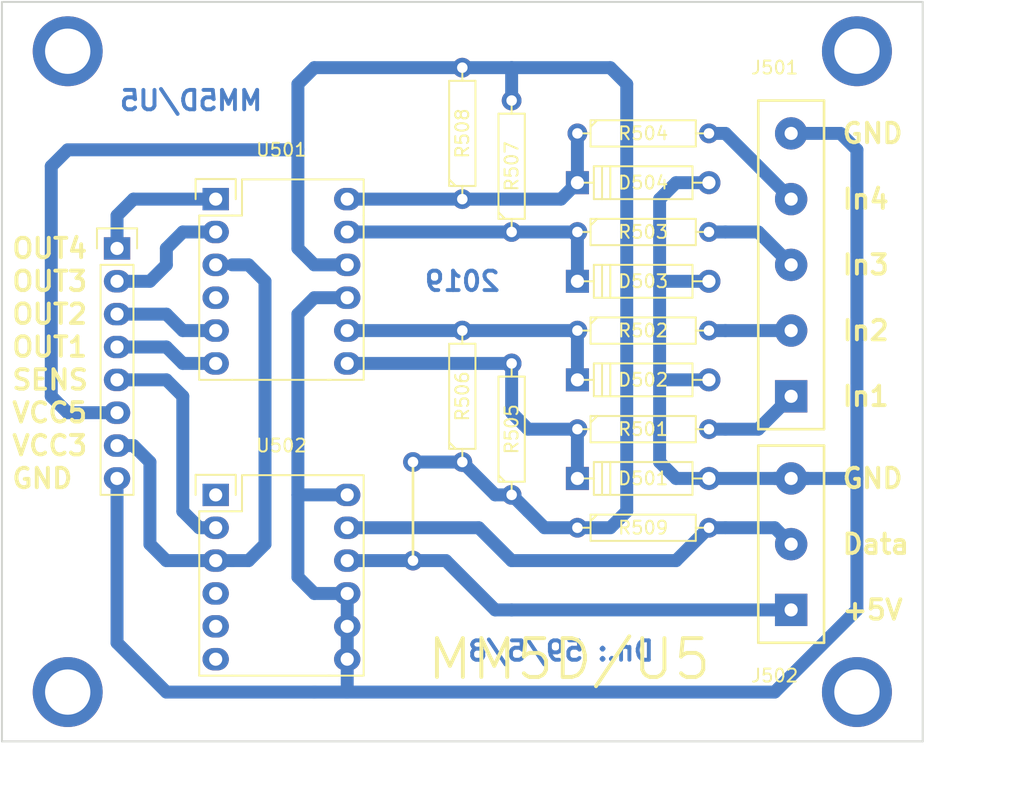
<source format=kicad_pcb>
(kicad_pcb (version 4) (host pcbnew 4.0.7)

  (general
    (links 0)
    (no_connects 0)
    (area 100.254999 71.044999 171.525001 128.345001)
    (thickness 1.6)
    (drawings 35)
    (tracks 118)
    (zones 0)
    (modules 30)
    (nets 1)
  )

  (page A4)
  (title_block
    (title "MM5D Controlling and remote monitoring equipment")
    (date 2019-11-01)
    (rev 191101)
    (company "Pozsar Zsolt - http://www.szerafingomba.hu")
    (comment 1 "Module U5")
    (comment 2 Inputs)
    (comment 4 "Draw no.: 59/5/8")
  )

  (layers
    (0 F.Cu signal)
    (31 B.Cu signal)
    (32 B.Adhes user)
    (33 F.Adhes user)
    (34 B.Paste user)
    (35 F.Paste user)
    (36 B.SilkS user)
    (37 F.SilkS user)
    (38 B.Mask user)
    (39 F.Mask user)
    (40 Dwgs.User user)
    (41 Cmts.User user)
    (42 Eco1.User user)
    (43 Eco2.User user)
    (44 Edge.Cuts user)
    (45 Margin user)
    (46 B.CrtYd user)
    (47 F.CrtYd user)
    (48 B.Fab user)
    (49 F.Fab user)
  )

  (setup
    (last_trace_width 0.25)
    (user_trace_width 1)
    (trace_clearance 0.2)
    (zone_clearance 0.508)
    (zone_45_only no)
    (trace_min 0.2)
    (segment_width 0.2)
    (edge_width 0.15)
    (via_size 0.6)
    (via_drill 0.4)
    (via_min_size 0.4)
    (via_min_drill 0.3)
    (uvia_size 0.3)
    (uvia_drill 0.1)
    (uvias_allowed no)
    (uvia_min_size 0.2)
    (uvia_min_drill 0.1)
    (pcb_text_width 0.3)
    (pcb_text_size 1.5 1.5)
    (mod_edge_width 0.15)
    (mod_text_size 1 1)
    (mod_text_width 0.15)
    (pad_size 2.49936 2.49936)
    (pad_drill 1.016)
    (pad_to_mask_clearance 0.2)
    (aux_axis_origin 0 0)
    (visible_elements 7FFEEF7F)
    (pcbplotparams
      (layerselection 0x01060_80000000)
      (usegerberextensions false)
      (excludeedgelayer false)
      (linewidth 0.150000)
      (plotframeref false)
      (viasonmask false)
      (mode 1)
      (useauxorigin false)
      (hpglpennumber 1)
      (hpglpenspeed 20)
      (hpglpendiameter 15)
      (hpglpenoverlay 2)
      (psnegative false)
      (psa4output false)
      (plotreference true)
      (plotvalue false)
      (plotinvisibletext false)
      (padsonsilk false)
      (subtractmaskfromsilk false)
      (outputformat 1)
      (mirror false)
      (drillshape 0)
      (scaleselection 1)
      (outputdirectory ""))
  )

  (net 0 "")

  (net_class Default "This is the default net class."
    (clearance 0.2)
    (trace_width 0.25)
    (via_dia 0.6)
    (via_drill 0.4)
    (uvia_dia 0.3)
    (uvia_drill 0.1)
  )

  (module Connectors:levelshifter (layer F.Cu) (tedit 5E46EF7C) (tstamp 5E472FBD)
    (at 116.84 109.22)
    (descr "Level shifter")
    (tags levelshifter)
    (fp_text reference U502 (at 5.08 -3.81) (layer F.SilkS)
      (effects (font (size 1 1) (thickness 0.15)))
    )
    (fp_text value "Level shifter" (at 5.334 -3.048) (layer F.Fab)
      (effects (font (size 1 1) (thickness 0.15)))
    )
    (fp_line (start 11.43 1.27) (end 11.43 -1.524) (layer F.SilkS) (width 0.15))
    (fp_line (start 11.43 -1.524) (end 2.032 -1.524) (layer F.SilkS) (width 0.15))
    (fp_line (start 2.032 -1.524) (end 2.032 1.27) (layer F.SilkS) (width 0.15))
    (fp_line (start 2.032 1.27) (end 1.27 1.27) (layer F.SilkS) (width 0.15))
    (fp_line (start 1.27 13.97) (end 8.89 13.97) (layer F.SilkS) (width 0.15))
    (fp_line (start 8.89 13.97) (end 8.636 13.97) (layer F.SilkS) (width 0.15))
    (fp_line (start 11.43 13.97) (end 8.89 13.97) (layer F.SilkS) (width 0.15))
    (fp_line (start 11.43 1.27) (end 11.43 13.97) (layer F.SilkS) (width 0.15))
    (fp_line (start 8.41 14.45) (end 11.91 14.45) (layer F.CrtYd) (width 0.05))
    (fp_line (start 8.41 -1.75) (end 11.91 -1.75) (layer F.CrtYd) (width 0.05))
    (fp_line (start 11.91 -1.75) (end 11.91 14.45) (layer F.CrtYd) (width 0.05))
    (fp_line (start 8.41 -1.75) (end 8.41 14.45) (layer F.CrtYd) (width 0.05))
    (fp_line (start -1.75 -1.75) (end -1.75 14.45) (layer F.CrtYd) (width 0.05))
    (fp_line (start 1.75 -1.75) (end 1.75 14.45) (layer F.CrtYd) (width 0.05))
    (fp_line (start -1.75 -1.75) (end 1.75 -1.75) (layer F.CrtYd) (width 0.05))
    (fp_line (start -1.75 14.45) (end 1.75 14.45) (layer F.CrtYd) (width 0.05))
    (fp_line (start 1.27 13.97) (end -1.27 13.97) (layer F.SilkS) (width 0.15))
    (fp_line (start -1.27 13.97) (end -1.27 1.27) (layer F.SilkS) (width 0.15))
    (fp_line (start 1.55 -1.55) (end 1.55 0) (layer F.SilkS) (width 0.15))
    (fp_line (start 1.27 1.27) (end -1.27 1.27) (layer F.SilkS) (width 0.15))
    (fp_line (start -1.55 0) (end -1.55 -1.55) (layer F.SilkS) (width 0.15))
    (fp_line (start -1.55 -1.55) (end 1.55 -1.55) (layer F.SilkS) (width 0.15))
    (pad 12 thru_hole oval (at 10.16 0) (size 2.032 1.7272) (drill 1.016) (layers *.Cu *.Mask))
    (pad 7 thru_hole oval (at 10.16 12.7) (size 2.032 1.7272) (drill 1.016) (layers *.Cu *.Mask))
    (pad 8 thru_hole oval (at 10.16 10.16) (size 2.032 1.7272) (drill 1.016) (layers *.Cu *.Mask))
    (pad 9 thru_hole oval (at 10.16 7.62) (size 2.032 1.7272) (drill 1.016) (layers *.Cu *.Mask))
    (pad 10 thru_hole oval (at 10.16 5.08) (size 2.032 1.7272) (drill 1.016) (layers *.Cu *.Mask))
    (pad 11 thru_hole oval (at 10.16 2.54) (size 2.032 1.7272) (drill 1.016) (layers *.Cu *.Mask))
    (pad 1 thru_hole rect (at 0 0) (size 2.032 1.7272) (drill 1.016) (layers *.Cu *.Mask))
    (pad 2 thru_hole oval (at 0 2.54) (size 2.032 1.7272) (drill 1.016) (layers *.Cu *.Mask))
    (pad 3 thru_hole oval (at 0 5.08) (size 2.032 1.7272) (drill 1.016) (layers *.Cu *.Mask))
    (pad 4 thru_hole oval (at 0 7.62) (size 2.032 1.7272) (drill 1.016) (layers *.Cu *.Mask))
    (pad 5 thru_hole oval (at 0 10.16) (size 2.032 1.7272) (drill 1.016) (layers *.Cu *.Mask))
    (pad 6 thru_hole oval (at 0 12.7) (size 2.032 1.7272) (drill 1.016) (layers *.Cu *.Mask))
  )

  (module Discret:R4 (layer F.Cu) (tedit 5E46F022) (tstamp 5E560B18)
    (at 135.89 81.28 90)
    (descr "Resitance 4 pas")
    (tags R)
    (fp_text reference R508 (at 0 0 90) (layer F.SilkS)
      (effects (font (size 1 1) (thickness 0.15)))
    )
    (fp_text value R4 (at 0 0 90) (layer F.Fab)
      (effects (font (size 1 1) (thickness 0.15)))
    )
    (fp_line (start -5.08 0) (end -4.064 0) (layer F.SilkS) (width 0.15))
    (fp_line (start -4.064 0) (end -4.064 -1.016) (layer F.SilkS) (width 0.15))
    (fp_line (start -4.064 -1.016) (end 4.064 -1.016) (layer F.SilkS) (width 0.15))
    (fp_line (start 4.064 -1.016) (end 4.064 1.016) (layer F.SilkS) (width 0.15))
    (fp_line (start 4.064 1.016) (end -4.064 1.016) (layer F.SilkS) (width 0.15))
    (fp_line (start -4.064 1.016) (end -4.064 0) (layer F.SilkS) (width 0.15))
    (fp_line (start -4.064 -0.508) (end -3.556 -1.016) (layer F.SilkS) (width 0.15))
    (fp_line (start 5.08 0) (end 4.064 0) (layer F.SilkS) (width 0.15))
    (pad 1 thru_hole circle (at -5.08 0 90) (size 1.524 1.524) (drill 0.8128) (layers *.Cu *.Mask))
    (pad 2 thru_hole circle (at 5.08 0 90) (size 1.524 1.524) (drill 0.8128) (layers *.Cu *.Mask))
    (model Discret.3dshapes/R4.wrl
      (at (xyz 0 0 0))
      (scale (xyz 0.4 0.4 0.4))
      (rotate (xyz 0 0 0))
    )
  )

  (module Discret:R4 (layer F.Cu) (tedit 5E46F030) (tstamp 5E560B0B)
    (at 149.86 111.76)
    (descr "Resitance 4 pas")
    (tags R)
    (fp_text reference R509 (at 0 0) (layer F.SilkS)
      (effects (font (size 1 1) (thickness 0.15)))
    )
    (fp_text value R4 (at 0 0) (layer F.Fab)
      (effects (font (size 1 1) (thickness 0.15)))
    )
    (fp_line (start -5.08 0) (end -4.064 0) (layer F.SilkS) (width 0.15))
    (fp_line (start -4.064 0) (end -4.064 -1.016) (layer F.SilkS) (width 0.15))
    (fp_line (start -4.064 -1.016) (end 4.064 -1.016) (layer F.SilkS) (width 0.15))
    (fp_line (start 4.064 -1.016) (end 4.064 1.016) (layer F.SilkS) (width 0.15))
    (fp_line (start 4.064 1.016) (end -4.064 1.016) (layer F.SilkS) (width 0.15))
    (fp_line (start -4.064 1.016) (end -4.064 0) (layer F.SilkS) (width 0.15))
    (fp_line (start -4.064 -0.508) (end -3.556 -1.016) (layer F.SilkS) (width 0.15))
    (fp_line (start 5.08 0) (end 4.064 0) (layer F.SilkS) (width 0.15))
    (pad 1 thru_hole circle (at -5.08 0) (size 1.524 1.524) (drill 0.8128) (layers *.Cu *.Mask))
    (pad 2 thru_hole circle (at 5.08 0) (size 1.524 1.524) (drill 0.8128) (layers *.Cu *.Mask))
    (model Discret.3dshapes/R4.wrl
      (at (xyz 0 0 0))
      (scale (xyz 0.4 0.4 0.4))
      (rotate (xyz 0 0 0))
    )
  )

  (module Discret:R4 (layer F.Cu) (tedit 5E46F015) (tstamp 5E560AFE)
    (at 135.89 101.6 90)
    (descr "Resitance 4 pas")
    (tags R)
    (fp_text reference R506 (at 0 0 90) (layer F.SilkS)
      (effects (font (size 1 1) (thickness 0.15)))
    )
    (fp_text value R4 (at 0 0 90) (layer F.Fab)
      (effects (font (size 1 1) (thickness 0.15)))
    )
    (fp_line (start -5.08 0) (end -4.064 0) (layer F.SilkS) (width 0.15))
    (fp_line (start -4.064 0) (end -4.064 -1.016) (layer F.SilkS) (width 0.15))
    (fp_line (start -4.064 -1.016) (end 4.064 -1.016) (layer F.SilkS) (width 0.15))
    (fp_line (start 4.064 -1.016) (end 4.064 1.016) (layer F.SilkS) (width 0.15))
    (fp_line (start 4.064 1.016) (end -4.064 1.016) (layer F.SilkS) (width 0.15))
    (fp_line (start -4.064 1.016) (end -4.064 0) (layer F.SilkS) (width 0.15))
    (fp_line (start -4.064 -0.508) (end -3.556 -1.016) (layer F.SilkS) (width 0.15))
    (fp_line (start 5.08 0) (end 4.064 0) (layer F.SilkS) (width 0.15))
    (pad 1 thru_hole circle (at -5.08 0 90) (size 1.524 1.524) (drill 0.8128) (layers *.Cu *.Mask))
    (pad 2 thru_hole circle (at 5.08 0 90) (size 1.524 1.524) (drill 0.8128) (layers *.Cu *.Mask))
    (model Discret.3dshapes/R4.wrl
      (at (xyz 0 0 0))
      (scale (xyz 0.4 0.4 0.4))
      (rotate (xyz 0 0 0))
    )
  )

  (module Discret:R4 (layer F.Cu) (tedit 5E46F01E) (tstamp 5E560AF1)
    (at 139.7 83.82 90)
    (descr "Resitance 4 pas")
    (tags R)
    (fp_text reference R507 (at 0 0 90) (layer F.SilkS)
      (effects (font (size 1 1) (thickness 0.15)))
    )
    (fp_text value R4 (at 0 0 90) (layer F.Fab)
      (effects (font (size 1 1) (thickness 0.15)))
    )
    (fp_line (start -5.08 0) (end -4.064 0) (layer F.SilkS) (width 0.15))
    (fp_line (start -4.064 0) (end -4.064 -1.016) (layer F.SilkS) (width 0.15))
    (fp_line (start -4.064 -1.016) (end 4.064 -1.016) (layer F.SilkS) (width 0.15))
    (fp_line (start 4.064 -1.016) (end 4.064 1.016) (layer F.SilkS) (width 0.15))
    (fp_line (start 4.064 1.016) (end -4.064 1.016) (layer F.SilkS) (width 0.15))
    (fp_line (start -4.064 1.016) (end -4.064 0) (layer F.SilkS) (width 0.15))
    (fp_line (start -4.064 -0.508) (end -3.556 -1.016) (layer F.SilkS) (width 0.15))
    (fp_line (start 5.08 0) (end 4.064 0) (layer F.SilkS) (width 0.15))
    (pad 1 thru_hole circle (at -5.08 0 90) (size 1.524 1.524) (drill 0.8128) (layers *.Cu *.Mask))
    (pad 2 thru_hole circle (at 5.08 0 90) (size 1.524 1.524) (drill 0.8128) (layers *.Cu *.Mask))
    (model Discret.3dshapes/R4.wrl
      (at (xyz 0 0 0))
      (scale (xyz 0.4 0.4 0.4))
      (rotate (xyz 0 0 0))
    )
  )

  (module Discret:R4 (layer F.Cu) (tedit 5E46EFB3) (tstamp 5E560A7D)
    (at 149.86 88.9)
    (descr "Resitance 4 pas")
    (tags R)
    (fp_text reference R503 (at 0 0) (layer F.SilkS)
      (effects (font (size 1 1) (thickness 0.15)))
    )
    (fp_text value R4 (at 0 0) (layer F.Fab)
      (effects (font (size 1 1) (thickness 0.15)))
    )
    (fp_line (start -5.08 0) (end -4.064 0) (layer F.SilkS) (width 0.15))
    (fp_line (start -4.064 0) (end -4.064 -1.016) (layer F.SilkS) (width 0.15))
    (fp_line (start -4.064 -1.016) (end 4.064 -1.016) (layer F.SilkS) (width 0.15))
    (fp_line (start 4.064 -1.016) (end 4.064 1.016) (layer F.SilkS) (width 0.15))
    (fp_line (start 4.064 1.016) (end -4.064 1.016) (layer F.SilkS) (width 0.15))
    (fp_line (start -4.064 1.016) (end -4.064 0) (layer F.SilkS) (width 0.15))
    (fp_line (start -4.064 -0.508) (end -3.556 -1.016) (layer F.SilkS) (width 0.15))
    (fp_line (start 5.08 0) (end 4.064 0) (layer F.SilkS) (width 0.15))
    (pad 1 thru_hole circle (at -5.08 0) (size 1.524 1.524) (drill 0.8128) (layers *.Cu *.Mask))
    (pad 2 thru_hole circle (at 5.08 0) (size 1.524 1.524) (drill 0.8128) (layers *.Cu *.Mask))
    (model Discret.3dshapes/R4.wrl
      (at (xyz 0 0 0))
      (scale (xyz 0.4 0.4 0.4))
      (rotate (xyz 0 0 0))
    )
  )

  (module Wire_Pads:SolderWirePad_single_1mmDrill (layer F.Cu) (tedit 5E4F0B69) (tstamp 5E56058A)
    (at 161.29 101.6)
    (fp_text reference REF** (at 0 -3.81) (layer F.SilkS) hide
      (effects (font (size 1 1) (thickness 0.15)))
    )
    (fp_text value SolderWirePad_single_1mmDrill (at -1.905 3.175) (layer F.Fab)
      (effects (font (size 1 1) (thickness 0.15)))
    )
    (pad 1 thru_hole rect (at 0 0) (size 2.49936 2.49936) (drill 1.016) (layers *.Cu *.Mask))
  )

  (module Wire_Pads:SolderWirePad_single_1mmDrill (layer F.Cu) (tedit 5E4F0B6E) (tstamp 5E560586)
    (at 161.29 107.95)
    (fp_text reference J501 (at -1.27 -31.75 180) (layer F.SilkS)
      (effects (font (size 1 1) (thickness 0.15)))
    )
    (fp_text value SolderWirePad_single_1mmDrill (at -1.905 3.175) (layer F.Fab)
      (effects (font (size 1 1) (thickness 0.15)))
    )
    (pad 3 thru_hole circle (at 0 0) (size 2.49936 2.49936) (drill 1.016) (layers *.Cu *.Mask))
  )

  (module Wire_Pads:SolderWirePad_single_1mmDrill (layer F.Cu) (tedit 5E4F0B79) (tstamp 5E560582)
    (at 161.29 118.11)
    (fp_text reference J502 (at 0 -3.81) (layer F.SilkS) hide
      (effects (font (size 1 1) (thickness 0.15)))
    )
    (fp_text value SolderWirePad_single_1mmDrill (at -1.905 3.175) (layer F.Fab)
      (effects (font (size 1 1) (thickness 0.15)))
    )
    (pad 1 thru_hole rect (at 0 0) (size 2.49936 2.49936) (drill 1.016) (layers *.Cu *.Mask))
  )

  (module Wire_Pads:SolderWirePad_single_1mmDrill (layer F.Cu) (tedit 5E4F0B74) (tstamp 5E56057E)
    (at 161.29 113.03)
    (fp_text reference J502 (at -1.27 10.16) (layer F.SilkS)
      (effects (font (size 1 1) (thickness 0.15)))
    )
    (fp_text value SolderWirePad_single_1mmDrill (at -1.905 3.175) (layer F.Fab)
      (effects (font (size 1 1) (thickness 0.15)))
    )
    (pad 2 thru_hole circle (at 0 0) (size 2.49936 2.49936) (drill 1.016) (layers *.Cu *.Mask))
  )

  (module Wire_Pads:SolderWirePad_single_1mmDrill (layer F.Cu) (tedit 5E4F0B5E) (tstamp 5E56057A)
    (at 161.29 91.44)
    (fp_text reference REF** (at 0 -3.81) (layer F.SilkS) hide
      (effects (font (size 1 1) (thickness 0.15)))
    )
    (fp_text value SolderWirePad_single_1mmDrill (at -1.905 3.175) (layer F.Fab)
      (effects (font (size 1 1) (thickness 0.15)))
    )
    (pad 3 thru_hole circle (at 0 0) (size 2.49936 2.49936) (drill 1.016) (layers *.Cu *.Mask))
  )

  (module Wire_Pads:SolderWirePad_single_1mmDrill (layer F.Cu) (tedit 5E4F0B63) (tstamp 5E560576)
    (at 161.29 96.52)
    (fp_text reference REF** (at 0 -3.81) (layer F.SilkS) hide
      (effects (font (size 1 1) (thickness 0.15)))
    )
    (fp_text value SolderWirePad_single_1mmDrill (at -1.905 3.175) (layer F.Fab)
      (effects (font (size 1 1) (thickness 0.15)))
    )
    (pad 2 thru_hole circle (at 0 0) (size 2.49936 2.49936) (drill 1.016) (layers *.Cu *.Mask))
  )

  (module Wire_Pads:SolderWirePad_single_1mmDrill (layer F.Cu) (tedit 5E4F0B59) (tstamp 5E560572)
    (at 161.29 86.36)
    (fp_text reference REF** (at 0 -3.81) (layer F.SilkS) hide
      (effects (font (size 1 1) (thickness 0.15)))
    )
    (fp_text value SolderWirePad_single_1mmDrill (at -1.905 3.175) (layer F.Fab)
      (effects (font (size 1 1) (thickness 0.15)))
    )
    (pad 4 thru_hole circle (at 0 0) (size 2.49936 2.49936) (drill 1.016) (layers *.Cu *.Mask))
  )

  (module Mounting_Holes:MountingHole_2.7mm_M2.5_Pad (layer F.Cu) (tedit 5E4F0AE9) (tstamp 5D9510B8)
    (at 105.41 124.46)
    (descr "Mounting Hole 2.7mm, M2.5")
    (tags "mounting hole 2.7mm m2.5")
    (fp_text reference REF** (at 0 5.715) (layer F.SilkS) hide
      (effects (font (size 1 1) (thickness 0.15)))
    )
    (fp_text value MountingHole_2.7mm_M2.5_Pad (at 0.635 8.255) (layer F.Fab) hide
      (effects (font (size 1 1) (thickness 0.15)))
    )
    (fp_circle (center 0 0) (end 2.7 0) (layer Cmts.User) (width 0.15))
    (fp_circle (center 0 0) (end 2.95 0) (layer F.CrtYd) (width 0.05))
    (pad 1 thru_hole circle (at 0 0) (size 5.4 5.4) (drill 3.5) (layers *.Cu *.Mask))
  )

  (module Mounting_Holes:MountingHole_2.7mm_M2.5_Pad (layer F.Cu) (tedit 5E4F0AFE) (tstamp 5D95109B)
    (at 166.37 74.93)
    (descr "Mounting Hole 2.7mm, M2.5")
    (tags "mounting hole 2.7mm m2.5")
    (fp_text reference REF** (at 0 -6.35) (layer F.SilkS) hide
      (effects (font (size 1 1) (thickness 0.15)))
    )
    (fp_text value MountingHole_2.7mm_M2.5_Pad (at 0 -8.89) (layer F.Fab) hide
      (effects (font (size 1 1) (thickness 0.15)))
    )
    (fp_circle (center 0 0) (end 2.7 0) (layer Cmts.User) (width 0.15))
    (fp_circle (center 0 0) (end 2.95 0) (layer F.CrtYd) (width 0.05))
    (pad 1 thru_hole circle (at 0 0) (size 5.4 5.4) (drill 3.5) (layers *.Cu *.Mask))
  )

  (module Mounting_Holes:MountingHole_2.7mm_M2.5_Pad (layer F.Cu) (tedit 5E4F0AF3) (tstamp 5D951091)
    (at 105.41 74.93)
    (descr "Mounting Hole 2.7mm, M2.5")
    (tags "mounting hole 2.7mm m2.5")
    (fp_text reference REF** (at 0 -6.35) (layer F.SilkS) hide
      (effects (font (size 1 1) (thickness 0.15)))
    )
    (fp_text value MountingHole_2.7mm_M2.5_Pad (at 0 -8.89) (layer F.Fab) hide
      (effects (font (size 1 1) (thickness 0.15)))
    )
    (fp_circle (center 0 0) (end 2.7 0) (layer Cmts.User) (width 0.15))
    (fp_circle (center 0 0) (end 2.95 0) (layer F.CrtYd) (width 0.05))
    (pad 1 thru_hole circle (at 0 0) (size 5.4 5.4) (drill 3.5) (layers *.Cu *.Mask))
  )

  (module Mounting_Holes:MountingHole_2.7mm_M2.5_Pad (layer F.Cu) (tedit 5E4F0B06) (tstamp 5D9510AB)
    (at 166.37 124.46)
    (descr "Mounting Hole 2.7mm, M2.5")
    (tags "mounting hole 2.7mm m2.5")
    (fp_text reference REF** (at 0 5.715) (layer F.SilkS) hide
      (effects (font (size 1 1) (thickness 0.15)))
    )
    (fp_text value MountingHole_2.7mm_M2.5_Pad (at 0 8.255) (layer F.Fab) hide
      (effects (font (size 1 1) (thickness 0.15)))
    )
    (fp_circle (center 0 0) (end 2.7 0) (layer Cmts.User) (width 0.15))
    (fp_circle (center 0 0) (end 2.95 0) (layer F.CrtYd) (width 0.05))
    (pad 1 thru_hole circle (at 0 0) (size 5.4 5.4) (drill 3.5) (layers *.Cu *.Mask))
  )

  (module Connectors:levelshifter (layer F.Cu) (tedit 5E46EF22) (tstamp 5E472F70)
    (at 116.84 86.36)
    (descr "Level shifter")
    (tags levelshifter)
    (fp_text reference U501 (at 5.08 -3.81) (layer F.SilkS)
      (effects (font (size 1 1) (thickness 0.15)))
    )
    (fp_text value "Level shifter" (at 5.334 -3.048) (layer F.Fab)
      (effects (font (size 1 1) (thickness 0.15)))
    )
    (fp_line (start 11.43 1.27) (end 11.43 -1.524) (layer F.SilkS) (width 0.15))
    (fp_line (start 11.43 -1.524) (end 2.032 -1.524) (layer F.SilkS) (width 0.15))
    (fp_line (start 2.032 -1.524) (end 2.032 1.27) (layer F.SilkS) (width 0.15))
    (fp_line (start 2.032 1.27) (end 1.27 1.27) (layer F.SilkS) (width 0.15))
    (fp_line (start 1.27 13.97) (end 8.89 13.97) (layer F.SilkS) (width 0.15))
    (fp_line (start 8.89 13.97) (end 8.636 13.97) (layer F.SilkS) (width 0.15))
    (fp_line (start 11.43 13.97) (end 8.89 13.97) (layer F.SilkS) (width 0.15))
    (fp_line (start 11.43 1.27) (end 11.43 13.97) (layer F.SilkS) (width 0.15))
    (fp_line (start 8.41 14.45) (end 11.91 14.45) (layer F.CrtYd) (width 0.05))
    (fp_line (start 8.41 -1.75) (end 11.91 -1.75) (layer F.CrtYd) (width 0.05))
    (fp_line (start 11.91 -1.75) (end 11.91 14.45) (layer F.CrtYd) (width 0.05))
    (fp_line (start 8.41 -1.75) (end 8.41 14.45) (layer F.CrtYd) (width 0.05))
    (fp_line (start -1.75 -1.75) (end -1.75 14.45) (layer F.CrtYd) (width 0.05))
    (fp_line (start 1.75 -1.75) (end 1.75 14.45) (layer F.CrtYd) (width 0.05))
    (fp_line (start -1.75 -1.75) (end 1.75 -1.75) (layer F.CrtYd) (width 0.05))
    (fp_line (start -1.75 14.45) (end 1.75 14.45) (layer F.CrtYd) (width 0.05))
    (fp_line (start 1.27 13.97) (end -1.27 13.97) (layer F.SilkS) (width 0.15))
    (fp_line (start -1.27 13.97) (end -1.27 1.27) (layer F.SilkS) (width 0.15))
    (fp_line (start 1.55 -1.55) (end 1.55 0) (layer F.SilkS) (width 0.15))
    (fp_line (start 1.27 1.27) (end -1.27 1.27) (layer F.SilkS) (width 0.15))
    (fp_line (start -1.55 0) (end -1.55 -1.55) (layer F.SilkS) (width 0.15))
    (fp_line (start -1.55 -1.55) (end 1.55 -1.55) (layer F.SilkS) (width 0.15))
    (pad 12 thru_hole oval (at 10.16 0) (size 2.032 1.7272) (drill 1.016) (layers *.Cu *.Mask))
    (pad 7 thru_hole oval (at 10.16 12.7) (size 2.032 1.7272) (drill 1.016) (layers *.Cu *.Mask))
    (pad 8 thru_hole oval (at 10.16 10.16) (size 2.032 1.7272) (drill 1.016) (layers *.Cu *.Mask))
    (pad 9 thru_hole oval (at 10.16 7.62) (size 2.032 1.7272) (drill 1.016) (layers *.Cu *.Mask))
    (pad 10 thru_hole oval (at 10.16 5.08) (size 2.032 1.7272) (drill 1.016) (layers *.Cu *.Mask))
    (pad 11 thru_hole oval (at 10.16 2.54) (size 2.032 1.7272) (drill 1.016) (layers *.Cu *.Mask))
    (pad 1 thru_hole rect (at 0 0) (size 2.032 1.7272) (drill 1.016) (layers *.Cu *.Mask))
    (pad 2 thru_hole oval (at 0 2.54) (size 2.032 1.7272) (drill 1.016) (layers *.Cu *.Mask))
    (pad 3 thru_hole oval (at 0 5.08) (size 2.032 1.7272) (drill 1.016) (layers *.Cu *.Mask))
    (pad 4 thru_hole oval (at 0 7.62) (size 2.032 1.7272) (drill 1.016) (layers *.Cu *.Mask))
    (pad 5 thru_hole oval (at 0 10.16) (size 2.032 1.7272) (drill 1.016) (layers *.Cu *.Mask))
    (pad 6 thru_hole oval (at 0 12.7) (size 2.032 1.7272) (drill 1.016) (layers *.Cu *.Mask))
  )

  (module Socket_Strips:Socket_Strip_Straight_1x08 (layer F.Cu) (tedit 5E46EED4) (tstamp 5E4B5880)
    (at 109.22 90.17 270)
    (descr "Through hole socket strip")
    (tags "socket strip")
    (fp_text reference REF** (at 0 -5.1 270) (layer F.SilkS) hide
      (effects (font (size 1 1) (thickness 0.15)))
    )
    (fp_text value Socket_Strip_Straight_1x08 (at 0 -3.1 270) (layer F.Fab)
      (effects (font (size 1 1) (thickness 0.15)))
    )
    (fp_line (start -1.75 -1.75) (end -1.75 1.75) (layer F.CrtYd) (width 0.05))
    (fp_line (start 19.55 -1.75) (end 19.55 1.75) (layer F.CrtYd) (width 0.05))
    (fp_line (start -1.75 -1.75) (end 19.55 -1.75) (layer F.CrtYd) (width 0.05))
    (fp_line (start -1.75 1.75) (end 19.55 1.75) (layer F.CrtYd) (width 0.05))
    (fp_line (start 1.27 1.27) (end 19.05 1.27) (layer F.SilkS) (width 0.15))
    (fp_line (start 19.05 1.27) (end 19.05 -1.27) (layer F.SilkS) (width 0.15))
    (fp_line (start 19.05 -1.27) (end 1.27 -1.27) (layer F.SilkS) (width 0.15))
    (fp_line (start -1.55 1.55) (end 0 1.55) (layer F.SilkS) (width 0.15))
    (fp_line (start 1.27 1.27) (end 1.27 -1.27) (layer F.SilkS) (width 0.15))
    (fp_line (start 0 -1.55) (end -1.55 -1.55) (layer F.SilkS) (width 0.15))
    (fp_line (start -1.55 -1.55) (end -1.55 1.55) (layer F.SilkS) (width 0.15))
    (pad 1 thru_hole rect (at 0 0 270) (size 1.7272 2.032) (drill 1.016) (layers *.Cu *.Mask))
    (pad 2 thru_hole oval (at 2.54 0 270) (size 1.7272 2.032) (drill 1.016) (layers *.Cu *.Mask))
    (pad 3 thru_hole oval (at 5.08 0 270) (size 1.7272 2.032) (drill 1.016) (layers *.Cu *.Mask))
    (pad 4 thru_hole oval (at 7.62 0 270) (size 1.7272 2.032) (drill 1.016) (layers *.Cu *.Mask))
    (pad 5 thru_hole oval (at 10.16 0 270) (size 1.7272 2.032) (drill 1.016) (layers *.Cu *.Mask))
    (pad 6 thru_hole oval (at 12.7 0 270) (size 1.7272 2.032) (drill 1.016) (layers *.Cu *.Mask))
    (pad 7 thru_hole oval (at 15.24 0 270) (size 1.7272 2.032) (drill 1.016) (layers *.Cu *.Mask))
    (pad 8 thru_hole oval (at 17.78 0 270) (size 1.7272 2.032) (drill 1.016) (layers *.Cu *.Mask))
    (model Socket_Strips.3dshapes/Socket_Strip_Straight_1x08.wrl
      (at (xyz 0.35 0 0))
      (scale (xyz 1 1 1))
      (rotate (xyz 0 0 180))
    )
  )

  (module Wire_Pads:SolderWirePad_single_1mmDrill (layer F.Cu) (tedit 5E4F0B53) (tstamp 5E56056C)
    (at 161.29 81.28)
    (fp_text reference REF** (at 0 -3.81) (layer F.SilkS) hide
      (effects (font (size 1 1) (thickness 0.15)))
    )
    (fp_text value SolderWirePad_single_1mmDrill (at -1.905 3.175) (layer F.Fab)
      (effects (font (size 1 1) (thickness 0.15)))
    )
    (pad 5 thru_hole circle (at 0 0) (size 2.49936 2.49936) (drill 1.016) (layers *.Cu *.Mask))
  )

  (module Discret:R4 (layer F.Cu) (tedit 5E46EFB8) (tstamp 5E560A60)
    (at 149.86 81.28)
    (descr "Resitance 4 pas")
    (tags R)
    (fp_text reference R504 (at 0 0) (layer F.SilkS)
      (effects (font (size 1 1) (thickness 0.15)))
    )
    (fp_text value R4 (at 0 0) (layer F.Fab)
      (effects (font (size 1 1) (thickness 0.15)))
    )
    (fp_line (start -5.08 0) (end -4.064 0) (layer F.SilkS) (width 0.15))
    (fp_line (start -4.064 0) (end -4.064 -1.016) (layer F.SilkS) (width 0.15))
    (fp_line (start -4.064 -1.016) (end 4.064 -1.016) (layer F.SilkS) (width 0.15))
    (fp_line (start 4.064 -1.016) (end 4.064 1.016) (layer F.SilkS) (width 0.15))
    (fp_line (start 4.064 1.016) (end -4.064 1.016) (layer F.SilkS) (width 0.15))
    (fp_line (start -4.064 1.016) (end -4.064 0) (layer F.SilkS) (width 0.15))
    (fp_line (start -4.064 -0.508) (end -3.556 -1.016) (layer F.SilkS) (width 0.15))
    (fp_line (start 5.08 0) (end 4.064 0) (layer F.SilkS) (width 0.15))
    (pad 1 thru_hole circle (at -5.08 0) (size 1.524 1.524) (drill 0.8128) (layers *.Cu *.Mask))
    (pad 2 thru_hole circle (at 5.08 0) (size 1.524 1.524) (drill 0.8128) (layers *.Cu *.Mask))
    (model Discret.3dshapes/R4.wrl
      (at (xyz 0 0 0))
      (scale (xyz 0.4 0.4 0.4))
      (rotate (xyz 0 0 0))
    )
  )

  (module Discret:R4 (layer F.Cu) (tedit 5E46EFAE) (tstamp 5E560A97)
    (at 149.86 96.52)
    (descr "Resitance 4 pas")
    (tags R)
    (fp_text reference R502 (at 0 0) (layer F.SilkS)
      (effects (font (size 1 1) (thickness 0.15)))
    )
    (fp_text value R4 (at 0 0) (layer F.Fab)
      (effects (font (size 1 1) (thickness 0.15)))
    )
    (fp_line (start -5.08 0) (end -4.064 0) (layer F.SilkS) (width 0.15))
    (fp_line (start -4.064 0) (end -4.064 -1.016) (layer F.SilkS) (width 0.15))
    (fp_line (start -4.064 -1.016) (end 4.064 -1.016) (layer F.SilkS) (width 0.15))
    (fp_line (start 4.064 -1.016) (end 4.064 1.016) (layer F.SilkS) (width 0.15))
    (fp_line (start 4.064 1.016) (end -4.064 1.016) (layer F.SilkS) (width 0.15))
    (fp_line (start -4.064 1.016) (end -4.064 0) (layer F.SilkS) (width 0.15))
    (fp_line (start -4.064 -0.508) (end -3.556 -1.016) (layer F.SilkS) (width 0.15))
    (fp_line (start 5.08 0) (end 4.064 0) (layer F.SilkS) (width 0.15))
    (pad 1 thru_hole circle (at -5.08 0) (size 1.524 1.524) (drill 0.8128) (layers *.Cu *.Mask))
    (pad 2 thru_hole circle (at 5.08 0) (size 1.524 1.524) (drill 0.8128) (layers *.Cu *.Mask))
    (model Discret.3dshapes/R4.wrl
      (at (xyz 0 0 0))
      (scale (xyz 0.4 0.4 0.4))
      (rotate (xyz 0 0 0))
    )
  )

  (module Discret:R4 (layer F.Cu) (tedit 5E46EFA9) (tstamp 5E560AB2)
    (at 149.86 104.14)
    (descr "Resitance 4 pas")
    (tags R)
    (fp_text reference R501 (at 0 0) (layer F.SilkS)
      (effects (font (size 1 1) (thickness 0.15)))
    )
    (fp_text value R4 (at 0 0) (layer F.Fab)
      (effects (font (size 1 1) (thickness 0.15)))
    )
    (fp_line (start -5.08 0) (end -4.064 0) (layer F.SilkS) (width 0.15))
    (fp_line (start -4.064 0) (end -4.064 -1.016) (layer F.SilkS) (width 0.15))
    (fp_line (start -4.064 -1.016) (end 4.064 -1.016) (layer F.SilkS) (width 0.15))
    (fp_line (start 4.064 -1.016) (end 4.064 1.016) (layer F.SilkS) (width 0.15))
    (fp_line (start 4.064 1.016) (end -4.064 1.016) (layer F.SilkS) (width 0.15))
    (fp_line (start -4.064 1.016) (end -4.064 0) (layer F.SilkS) (width 0.15))
    (fp_line (start -4.064 -0.508) (end -3.556 -1.016) (layer F.SilkS) (width 0.15))
    (fp_line (start 5.08 0) (end 4.064 0) (layer F.SilkS) (width 0.15))
    (pad 1 thru_hole circle (at -5.08 0) (size 1.524 1.524) (drill 0.8128) (layers *.Cu *.Mask))
    (pad 2 thru_hole circle (at 5.08 0) (size 1.524 1.524) (drill 0.8128) (layers *.Cu *.Mask))
    (model Discret.3dshapes/R4.wrl
      (at (xyz 0 0 0))
      (scale (xyz 0.4 0.4 0.4))
      (rotate (xyz 0 0 0))
    )
  )

  (module Discret:R4 (layer F.Cu) (tedit 5E46F010) (tstamp 5E560ACD)
    (at 139.7 104.14 90)
    (descr "Resitance 4 pas")
    (tags R)
    (fp_text reference R505 (at 0 0 90) (layer F.SilkS)
      (effects (font (size 1 1) (thickness 0.15)))
    )
    (fp_text value R4 (at 0 0 90) (layer F.Fab)
      (effects (font (size 1 1) (thickness 0.15)))
    )
    (fp_line (start -5.08 0) (end -4.064 0) (layer F.SilkS) (width 0.15))
    (fp_line (start -4.064 0) (end -4.064 -1.016) (layer F.SilkS) (width 0.15))
    (fp_line (start -4.064 -1.016) (end 4.064 -1.016) (layer F.SilkS) (width 0.15))
    (fp_line (start 4.064 -1.016) (end 4.064 1.016) (layer F.SilkS) (width 0.15))
    (fp_line (start 4.064 1.016) (end -4.064 1.016) (layer F.SilkS) (width 0.15))
    (fp_line (start -4.064 1.016) (end -4.064 0) (layer F.SilkS) (width 0.15))
    (fp_line (start -4.064 -0.508) (end -3.556 -1.016) (layer F.SilkS) (width 0.15))
    (fp_line (start 5.08 0) (end 4.064 0) (layer F.SilkS) (width 0.15))
    (pad 1 thru_hole circle (at -5.08 0 90) (size 1.524 1.524) (drill 0.8128) (layers *.Cu *.Mask))
    (pad 2 thru_hole circle (at 5.08 0 90) (size 1.524 1.524) (drill 0.8128) (layers *.Cu *.Mask))
    (model Discret.3dshapes/R4.wrl
      (at (xyz 0 0 0))
      (scale (xyz 0.4 0.4 0.4))
      (rotate (xyz 0 0 0))
    )
  )

  (module Discret:D4 (layer F.Cu) (tedit 5E46EFE2) (tstamp 5E560DD0)
    (at 149.86 85.09 180)
    (descr "Diode 4 pas")
    (tags "DIODE DEV")
    (fp_text reference D504 (at 0 0 180) (layer F.SilkS)
      (effects (font (size 1 1) (thickness 0.15)))
    )
    (fp_text value D4 (at 0 0 180) (layer F.Fab)
      (effects (font (size 1 1) (thickness 0.15)))
    )
    (fp_line (start -3.81 -1.27) (end 3.81 -1.27) (layer F.SilkS) (width 0.15))
    (fp_line (start 3.81 -1.27) (end 3.81 1.27) (layer F.SilkS) (width 0.15))
    (fp_line (start 3.81 1.27) (end -3.81 1.27) (layer F.SilkS) (width 0.15))
    (fp_line (start -3.81 1.27) (end -3.81 -1.27) (layer F.SilkS) (width 0.15))
    (fp_line (start 3.175 -1.27) (end 3.175 1.27) (layer F.SilkS) (width 0.15))
    (fp_line (start 2.54 1.27) (end 2.54 -1.27) (layer F.SilkS) (width 0.15))
    (fp_line (start -3.81 0) (end -5.08 0) (layer F.SilkS) (width 0.15))
    (fp_line (start 3.81 0) (end 5.08 0) (layer F.SilkS) (width 0.15))
    (pad 2 thru_hole circle (at -5.08 0 180) (size 1.778 1.778) (drill 1.016) (layers *.Cu *.Mask))
    (pad 1 thru_hole rect (at 5.08 0 180) (size 1.778 1.778) (drill 1.016) (layers *.Cu *.Mask))
    (model Discret.3dshapes/D4.wrl
      (at (xyz 0 0 0))
      (scale (xyz 0.4 0.4 0.4))
      (rotate (xyz 0 0 0))
    )
  )

  (module Discret:D4 (layer F.Cu) (tedit 5E46EFDD) (tstamp 5E560DFA)
    (at 149.86 92.71 180)
    (descr "Diode 4 pas")
    (tags "DIODE DEV")
    (fp_text reference D503 (at 0 0 180) (layer F.SilkS)
      (effects (font (size 1 1) (thickness 0.15)))
    )
    (fp_text value D4 (at 0 0 180) (layer F.Fab)
      (effects (font (size 1 1) (thickness 0.15)))
    )
    (fp_line (start -3.81 -1.27) (end 3.81 -1.27) (layer F.SilkS) (width 0.15))
    (fp_line (start 3.81 -1.27) (end 3.81 1.27) (layer F.SilkS) (width 0.15))
    (fp_line (start 3.81 1.27) (end -3.81 1.27) (layer F.SilkS) (width 0.15))
    (fp_line (start -3.81 1.27) (end -3.81 -1.27) (layer F.SilkS) (width 0.15))
    (fp_line (start 3.175 -1.27) (end 3.175 1.27) (layer F.SilkS) (width 0.15))
    (fp_line (start 2.54 1.27) (end 2.54 -1.27) (layer F.SilkS) (width 0.15))
    (fp_line (start -3.81 0) (end -5.08 0) (layer F.SilkS) (width 0.15))
    (fp_line (start 3.81 0) (end 5.08 0) (layer F.SilkS) (width 0.15))
    (pad 2 thru_hole circle (at -5.08 0 180) (size 1.778 1.778) (drill 1.016) (layers *.Cu *.Mask))
    (pad 1 thru_hole rect (at 5.08 0 180) (size 1.778 1.778) (drill 1.016) (layers *.Cu *.Mask))
    (model Discret.3dshapes/D4.wrl
      (at (xyz 0 0 0))
      (scale (xyz 0.4 0.4 0.4))
      (rotate (xyz 0 0 0))
    )
  )

  (module Discret:D4 (layer F.Cu) (tedit 5E46EFD8) (tstamp 5E560E4D)
    (at 149.86 100.33 180)
    (descr "Diode 4 pas")
    (tags "DIODE DEV")
    (fp_text reference D502 (at 0 0 180) (layer F.SilkS)
      (effects (font (size 1 1) (thickness 0.15)))
    )
    (fp_text value D4 (at 0 0 180) (layer F.Fab)
      (effects (font (size 1 1) (thickness 0.15)))
    )
    (fp_line (start -3.81 -1.27) (end 3.81 -1.27) (layer F.SilkS) (width 0.15))
    (fp_line (start 3.81 -1.27) (end 3.81 1.27) (layer F.SilkS) (width 0.15))
    (fp_line (start 3.81 1.27) (end -3.81 1.27) (layer F.SilkS) (width 0.15))
    (fp_line (start -3.81 1.27) (end -3.81 -1.27) (layer F.SilkS) (width 0.15))
    (fp_line (start 3.175 -1.27) (end 3.175 1.27) (layer F.SilkS) (width 0.15))
    (fp_line (start 2.54 1.27) (end 2.54 -1.27) (layer F.SilkS) (width 0.15))
    (fp_line (start -3.81 0) (end -5.08 0) (layer F.SilkS) (width 0.15))
    (fp_line (start 3.81 0) (end 5.08 0) (layer F.SilkS) (width 0.15))
    (pad 2 thru_hole circle (at -5.08 0 180) (size 1.778 1.778) (drill 1.016) (layers *.Cu *.Mask))
    (pad 1 thru_hole rect (at 5.08 0 180) (size 1.778 1.778) (drill 1.016) (layers *.Cu *.Mask))
    (model Discret.3dshapes/D4.wrl
      (at (xyz 0 0 0))
      (scale (xyz 0.4 0.4 0.4))
      (rotate (xyz 0 0 0))
    )
  )

  (module Discret:D4 (layer F.Cu) (tedit 5E46EFD1) (tstamp 5E560EA0)
    (at 149.86 107.95 180)
    (descr "Diode 4 pas")
    (tags "DIODE DEV")
    (fp_text reference D501 (at 0 0 180) (layer F.SilkS)
      (effects (font (size 1 1) (thickness 0.15)))
    )
    (fp_text value D4 (at 0 0 180) (layer F.Fab)
      (effects (font (size 1 1) (thickness 0.15)))
    )
    (fp_line (start -3.81 -1.27) (end 3.81 -1.27) (layer F.SilkS) (width 0.15))
    (fp_line (start 3.81 -1.27) (end 3.81 1.27) (layer F.SilkS) (width 0.15))
    (fp_line (start 3.81 1.27) (end -3.81 1.27) (layer F.SilkS) (width 0.15))
    (fp_line (start -3.81 1.27) (end -3.81 -1.27) (layer F.SilkS) (width 0.15))
    (fp_line (start 3.175 -1.27) (end 3.175 1.27) (layer F.SilkS) (width 0.15))
    (fp_line (start 2.54 1.27) (end 2.54 -1.27) (layer F.SilkS) (width 0.15))
    (fp_line (start -3.81 0) (end -5.08 0) (layer F.SilkS) (width 0.15))
    (fp_line (start 3.81 0) (end 5.08 0) (layer F.SilkS) (width 0.15))
    (pad 2 thru_hole circle (at -5.08 0 180) (size 1.778 1.778) (drill 1.016) (layers *.Cu *.Mask))
    (pad 1 thru_hole rect (at 5.08 0 180) (size 1.778 1.778) (drill 1.016) (layers *.Cu *.Mask))
    (model Discret.3dshapes/D4.wrl
      (at (xyz 0 0 0))
      (scale (xyz 0.4 0.4 0.4))
      (rotate (xyz 0 0 0))
    )
  )

  (module Wire_Pads:SolderWirePad_single_0-8mmDrill (layer F.Cu) (tedit 5E4F0AD8) (tstamp 5E561B86)
    (at 132.08 106.68)
    (fp_text reference REF** (at 0 -2.54) (layer F.SilkS) hide
      (effects (font (size 1 1) (thickness 0.15)))
    )
    (fp_text value SolderWirePad_single_0-8mmDrill (at 0 2.54) (layer F.Fab)
      (effects (font (size 1 1) (thickness 0.15)))
    )
    (pad 1 thru_hole circle (at 0 0) (size 1.524 1.524) (drill 0.8128) (layers *.Cu *.Mask))
  )

  (module Wire_Pads:SolderWirePad_single_0-8mmDrill (layer F.Cu) (tedit 5E4F0AE2) (tstamp 5E561B91)
    (at 132.08 114.3)
    (fp_text reference REF** (at 0 -2.54) (layer F.SilkS) hide
      (effects (font (size 1 1) (thickness 0.15)))
    )
    (fp_text value SolderWirePad_single_0-8mmDrill (at 0 2.54) (layer F.Fab)
      (effects (font (size 1 1) (thickness 0.15)))
    )
    (pad 2 thru_hole circle (at 0 0) (size 1.524 1.524) (drill 0.8128) (layers *.Cu *.Mask))
  )

  (gr_text MM5D/U5 (at 144.145 121.92) (layer F.SilkS)
    (effects (font (size 3 3) (thickness 0.3)))
  )
  (gr_text 2019 (at 135.89 92.71) (layer B.Cu)
    (effects (font (size 1.5 1.5) (thickness 0.3)) (justify mirror))
  )
  (gr_text MM5D/U5 (at 114.935 78.74) (layer B.Cu)
    (effects (font (size 1.5 1.5) (thickness 0.3)) (justify mirror))
  )
  (gr_text OUT4 (at 100.965 90.17) (layer F.SilkS)
    (effects (font (size 1.5 1.5) (thickness 0.3)) (justify left))
  )
  (gr_text OUT3 (at 100.965 92.71) (layer F.SilkS)
    (effects (font (size 1.5 1.5) (thickness 0.3)) (justify left))
  )
  (gr_text OUT2 (at 100.965 95.25) (layer F.SilkS)
    (effects (font (size 1.5 1.5) (thickness 0.3)) (justify left))
  )
  (gr_text OUT1 (at 100.965 97.79) (layer F.SilkS)
    (effects (font (size 1.5 1.5) (thickness 0.3)) (justify left))
  )
  (gr_text SENS (at 100.965 100.33) (layer F.SilkS)
    (effects (font (size 1.5 1.5) (thickness 0.3)) (justify left))
  )
  (gr_text VCC5 (at 100.965 102.87) (layer F.SilkS)
    (effects (font (size 1.5 1.5) (thickness 0.3)) (justify left))
  )
  (gr_line (start 132.08 114.3) (end 132.08 106.68) (angle 90) (layer F.SilkS) (width 0.2))
  (gr_text +5V (at 165.1 118.11) (layer F.SilkS)
    (effects (font (size 1.5 1.5) (thickness 0.3)) (justify left))
  )
  (gr_text Data (at 165.1 113.03) (layer F.SilkS)
    (effects (font (size 1.5 1.5) (thickness 0.3)) (justify left))
  )
  (gr_text GND (at 165.1 107.95) (layer F.SilkS)
    (effects (font (size 1.5 1.5) (thickness 0.3)) (justify left))
  )
  (gr_text In1 (at 165.1 101.6) (layer F.SilkS)
    (effects (font (size 1.5 1.5) (thickness 0.3)) (justify left))
  )
  (gr_text In2 (at 165.1 96.52) (layer F.SilkS)
    (effects (font (size 1.5 1.5) (thickness 0.3)) (justify left))
  )
  (gr_text In3 (at 165.1 91.44) (layer F.SilkS)
    (effects (font (size 1.5 1.5) (thickness 0.3)) (justify left))
  )
  (gr_text In4 (at 165.1 86.36) (layer F.SilkS)
    (effects (font (size 1.5 1.5) (thickness 0.3)) (justify left))
  )
  (gr_line (start 158.75 120.65) (end 158.75 105.41) (angle 90) (layer F.SilkS) (width 0.2))
  (gr_line (start 163.83 120.65) (end 158.75 120.65) (angle 90) (layer F.SilkS) (width 0.2))
  (gr_line (start 163.83 105.41) (end 163.83 120.65) (angle 90) (layer F.SilkS) (width 0.2))
  (gr_line (start 158.75 105.41) (end 163.83 105.41) (angle 90) (layer F.SilkS) (width 0.2))
  (gr_line (start 163.83 104.14) (end 163.83 78.74) (angle 90) (layer F.SilkS) (width 0.2))
  (gr_line (start 158.75 104.14) (end 163.83 104.14) (angle 90) (layer F.SilkS) (width 0.2))
  (gr_line (start 158.75 78.74) (end 158.75 104.14) (angle 90) (layer F.SilkS) (width 0.2))
  (gr_line (start 163.83 78.74) (end 158.75 78.74) (angle 90) (layer F.SilkS) (width 0.2))
  (dimension 57.15 (width 0.3) (layer Dwgs.User)
    (gr_text "57,150 mm" (at 173.99 100.33 90) (layer Dwgs.User)
      (effects (font (size 1.5 1.5) (thickness 0.3)))
    )
    (feature1 (pts (xy 171.45 71.12) (xy 177.959999 71.12)))
    (feature2 (pts (xy 171.45 128.27) (xy 177.959999 128.27)))
    (crossbar (pts (xy 175.259999 128.27) (xy 175.259999 71.12)))
    (arrow1a (pts (xy 175.259999 71.12) (xy 175.84642 72.246504)))
    (arrow1b (pts (xy 175.259999 71.12) (xy 174.673578 72.246504)))
    (arrow2a (pts (xy 175.259999 128.27) (xy 175.84642 127.143496)))
    (arrow2b (pts (xy 175.259999 128.27) (xy 174.673578 127.143496)))
  )
  (dimension 71.12 (width 0.3) (layer Dwgs.User)
    (gr_text "71,120 mm" (at 135.89 130.81) (layer Dwgs.User)
      (effects (font (size 1.5 1.5) (thickness 0.3)))
    )
    (feature1 (pts (xy 171.45 128.27) (xy 171.45 134.779999)))
    (feature2 (pts (xy 100.33 128.27) (xy 100.33 134.779999)))
    (crossbar (pts (xy 100.33 132.079999) (xy 171.45 132.079999)))
    (arrow1a (pts (xy 171.45 132.079999) (xy 170.323496 132.66642)))
    (arrow1b (pts (xy 171.45 132.079999) (xy 170.323496 131.493578)))
    (arrow2a (pts (xy 100.33 132.079999) (xy 101.456504 132.66642)))
    (arrow2b (pts (xy 100.33 132.079999) (xy 101.456504 131.493578)))
  )
  (gr_text "Dn.: 59/5/8" (at 143.51 121.285) (layer B.Cu)
    (effects (font (size 1.5 1.5) (thickness 0.3)) (justify mirror))
  )
  (gr_text GND (at 165.1 81.28) (layer F.SilkS)
    (effects (font (size 1.5 1.5) (thickness 0.3)) (justify left))
  )
  (gr_text GND (at 100.965 107.95) (layer F.SilkS)
    (effects (font (size 1.5 1.5) (thickness 0.3)) (justify left))
  )
  (gr_text VCC3 (at 100.965 105.41) (layer F.SilkS)
    (effects (font (size 1.5 1.5) (thickness 0.3)) (justify left))
  )
  (gr_line (start 171.45 71.12) (end 100.33 71.12) (angle 90) (layer Edge.Cuts) (width 0.15))
  (gr_line (start 171.45 128.27) (end 171.45 71.12) (angle 90) (layer Edge.Cuts) (width 0.15))
  (gr_line (start 100.33 128.27) (end 171.45 128.27) (angle 90) (layer Edge.Cuts) (width 0.15))
  (gr_line (start 100.33 71.12) (end 100.33 128.27) (angle 90) (layer Edge.Cuts) (width 0.15))

  (segment (start 116.84 111.76) (end 115.57 111.76) (width 1) (layer B.Cu) (net 0))
  (segment (start 113.03 100.33) (end 109.22 100.33) (width 1) (layer B.Cu) (net 0) (tstamp 5E56218F))
  (segment (start 114.3 101.6) (end 113.03 100.33) (width 1) (layer B.Cu) (net 0) (tstamp 5E56218E))
  (segment (start 114.3 110.49) (end 114.3 101.6) (width 1) (layer B.Cu) (net 0) (tstamp 5E56218D))
  (segment (start 115.57 111.76) (end 114.3 110.49) (width 1) (layer B.Cu) (net 0) (tstamp 5E56218C))
  (segment (start 109.22 105.41) (end 110.49 105.41) (width 1) (layer B.Cu) (net 0))
  (segment (start 113.03 114.3) (end 116.84 114.3) (width 1) (layer B.Cu) (net 0) (tstamp 5E562186))
  (segment (start 111.76 113.03) (end 113.03 114.3) (width 1) (layer B.Cu) (net 0) (tstamp 5E562185))
  (segment (start 111.76 106.68) (end 111.76 113.03) (width 1) (layer B.Cu) (net 0) (tstamp 5E562184))
  (segment (start 110.49 105.41) (end 111.76 106.68) (width 1) (layer B.Cu) (net 0) (tstamp 5E562183))
  (segment (start 109.22 90.17) (end 109.22 87.63) (width 1) (layer B.Cu) (net 0))
  (segment (start 110.49 86.36) (end 116.84 86.36) (width 1) (layer B.Cu) (net 0) (tstamp 5E562170))
  (segment (start 109.22 87.63) (end 110.49 86.36) (width 1) (layer B.Cu) (net 0) (tstamp 5E56216F))
  (segment (start 109.22 92.71) (end 111.76 92.71) (width 1) (layer B.Cu) (net 0))
  (segment (start 114.3 88.9) (end 116.84 88.9) (width 1) (layer B.Cu) (net 0) (tstamp 5E56216B))
  (segment (start 113.03 90.17) (end 114.3 88.9) (width 1) (layer B.Cu) (net 0) (tstamp 5E56216A))
  (segment (start 113.03 91.44) (end 113.03 90.17) (width 1) (layer B.Cu) (net 0) (tstamp 5E562169))
  (segment (start 111.76 92.71) (end 113.03 91.44) (width 1) (layer B.Cu) (net 0) (tstamp 5E562168))
  (segment (start 138.43 118.11) (end 139.7 118.11) (width 1) (layer B.Cu) (net 0))
  (segment (start 134.62 114.3) (end 138.43 118.11) (width 1) (layer B.Cu) (net 0) (tstamp 5E561CB8))
  (segment (start 161.29 118.11) (end 139.7 118.11) (width 1) (layer B.Cu) (net 0) (tstamp 5E561CB9))
  (segment (start 134.62 114.3) (end 127 114.3) (width 1) (layer B.Cu) (net 0))
  (segment (start 161.29 81.28) (end 165.1 81.28) (width 1) (layer B.Cu) (net 0))
  (segment (start 165.1 81.28) (end 166.37 82.55) (width 1) (layer B.Cu) (net 0) (tstamp 5E561C52))
  (segment (start 166.37 82.55) (end 166.37 107.95) (width 1) (layer B.Cu) (net 0) (tstamp 5E561C53))
  (segment (start 154.94 81.28) (end 156.21 81.28) (width 1) (layer B.Cu) (net 0))
  (segment (start 156.21 81.28) (end 161.29 86.36) (width 1) (layer B.Cu) (net 0))
  (segment (start 154.94 88.9) (end 156.21 88.9) (width 1) (layer B.Cu) (net 0))
  (segment (start 158.75 88.9) (end 161.29 91.44) (width 1) (layer B.Cu) (net 0) (tstamp 5E5617F3))
  (segment (start 156.21 88.9) (end 158.75 88.9) (width 1) (layer B.Cu) (net 0))
  (segment (start 154.94 96.52) (end 156.21 96.52) (width 1) (layer B.Cu) (net 0))
  (segment (start 156.21 96.52) (end 161.29 96.52) (width 1) (layer B.Cu) (net 0))
  (segment (start 154.94 104.14) (end 156.21 104.14) (width 1) (layer B.Cu) (net 0))
  (segment (start 158.75 104.14) (end 161.29 101.6) (width 1) (layer B.Cu) (net 0) (tstamp 5E561C99))
  (segment (start 156.21 104.14) (end 158.75 104.14) (width 1) (layer B.Cu) (net 0))
  (segment (start 154.94 111.76) (end 156.21 111.76) (width 1) (layer B.Cu) (net 0))
  (segment (start 160.02 111.76) (end 161.29 113.03) (width 1) (layer B.Cu) (net 0) (tstamp 5E561C9C))
  (segment (start 156.21 111.76) (end 160.02 111.76) (width 1) (layer B.Cu) (net 0))
  (segment (start 139.7 102.87) (end 139.7 99.06) (width 1) (layer B.Cu) (net 0) (tstamp 5E56210B))
  (segment (start 140.97 104.14) (end 139.7 102.87) (width 1) (layer B.Cu) (net 0) (tstamp 5E56210A))
  (segment (start 144.78 104.14) (end 140.97 104.14) (width 1) (layer B.Cu) (net 0))
  (segment (start 120.65 113.03) (end 119.38 114.3) (width 1) (layer B.Cu) (net 0))
  (segment (start 119.38 114.3) (end 118.11 114.3) (width 1) (layer B.Cu) (net 0) (tstamp 5E561D11))
  (segment (start 118.11 114.3) (end 116.84 114.3) (width 1) (layer B.Cu) (net 0) (tstamp 5E561C41))
  (segment (start 120.65 92.71) (end 120.65 113.03) (width 1) (layer B.Cu) (net 0) (tstamp 5E561C3F))
  (segment (start 119.38 91.44) (end 120.65 92.71) (width 1) (layer B.Cu) (net 0) (tstamp 5E561C3E))
  (segment (start 118.11 91.44) (end 119.38 91.44) (width 1) (layer B.Cu) (net 0))
  (segment (start 109.22 102.87) (end 105.41 102.87) (width 1) (layer B.Cu) (net 0) (status 10))
  (segment (start 105.41 82.55) (end 123.19 82.55) (width 1) (layer B.Cu) (net 0) (tstamp 5E561CDF))
  (segment (start 104.14 83.82) (end 105.41 82.55) (width 1) (layer B.Cu) (net 0) (tstamp 5E561CDE))
  (segment (start 104.14 101.6) (end 104.14 83.82) (width 1) (layer B.Cu) (net 0) (tstamp 5E561CDD))
  (segment (start 105.41 102.87) (end 104.14 101.6) (width 1) (layer B.Cu) (net 0) (tstamp 5E561CDC))
  (segment (start 127 116.84) (end 124.46 116.84) (width 1) (layer B.Cu) (net 0))
  (segment (start 123.19 115.57) (end 123.19 109.22) (width 1) (layer B.Cu) (net 0) (tstamp 5E561CD9))
  (segment (start 124.46 116.84) (end 123.19 115.57) (width 1) (layer B.Cu) (net 0) (tstamp 5E561CD8))
  (segment (start 127 121.92) (end 127 124.46) (width 1) (layer B.Cu) (net 0))
  (segment (start 127 111.76) (end 137.16 111.76) (width 1) (layer B.Cu) (net 0))
  (segment (start 137.16 111.76) (end 139.7 114.3) (width 1) (layer B.Cu) (net 0) (tstamp 5E561861))
  (segment (start 139.7 114.3) (end 152.4 114.3) (width 1) (layer B.Cu) (net 0) (tstamp 5E561862))
  (segment (start 152.4 114.3) (end 154.94 111.76) (width 1) (layer B.Cu) (net 0) (tstamp 5E561863))
  (segment (start 154.94 85.09) (end 152.4 85.09) (width 1) (layer B.Cu) (net 0))
  (segment (start 151.13 86.36) (end 151.13 92.71) (width 1) (layer B.Cu) (net 0) (tstamp 5E561C7C))
  (segment (start 152.4 85.09) (end 151.13 86.36) (width 1) (layer B.Cu) (net 0) (tstamp 5E561C7B))
  (segment (start 160.02 107.95) (end 166.37 107.95) (width 1) (layer B.Cu) (net 0))
  (segment (start 127 93.98) (end 124.46 93.98) (width 1) (layer B.Cu) (net 0))
  (segment (start 124.46 93.98) (end 123.19 95.25) (width 1) (layer B.Cu) (net 0) (tstamp 5E561C63))
  (segment (start 123.19 95.25) (end 123.19 109.22) (width 1) (layer B.Cu) (net 0) (tstamp 5E561C64))
  (segment (start 166.37 107.95) (end 166.37 118.11) (width 1) (layer B.Cu) (net 0) (tstamp 5E561C77))
  (segment (start 166.37 118.11) (end 160.02 124.46) (width 1) (layer B.Cu) (net 0) (tstamp 5E561C54))
  (segment (start 160.02 124.46) (end 127 124.46) (width 1) (layer B.Cu) (net 0) (tstamp 5E561C56))
  (segment (start 127 124.46) (end 124.46 124.46) (width 1) (layer B.Cu) (net 0) (tstamp 5E561CC5))
  (segment (start 113.03 124.46) (end 109.22 120.65) (width 1) (layer B.Cu) (net 0) (tstamp 5E561C58))
  (segment (start 124.46 124.46) (end 113.03 124.46) (width 1) (layer B.Cu) (net 0) (tstamp 5E561C5F))
  (segment (start 109.22 120.65) (end 109.22 107.95) (width 1) (layer B.Cu) (net 0) (tstamp 5E561C59) (status 20))
  (segment (start 109.22 105.41) (end 109.22 105.41) (width 1) (layer B.Cu) (net 0) (tstamp 5E561C48) (status 20))
  (segment (start 127 109.22) (end 123.19 109.22) (width 1) (layer B.Cu) (net 0))
  (segment (start 123.19 109.22) (end 123.19 109.22) (width 1) (layer B.Cu) (net 0) (tstamp 5E561C67))
  (segment (start 109.22 97.79) (end 113.03 97.79) (width 1) (layer B.Cu) (net 0) (status 10))
  (segment (start 114.3 99.06) (end 116.84 99.06) (width 1) (layer B.Cu) (net 0) (tstamp 5E561BC6))
  (segment (start 113.03 97.79) (end 114.3 99.06) (width 1) (layer B.Cu) (net 0) (tstamp 5E561BC5))
  (segment (start 109.22 95.25) (end 113.03 95.25) (width 1) (layer B.Cu) (net 0) (status 10))
  (segment (start 114.3 96.52) (end 116.84 96.52) (width 1) (layer B.Cu) (net 0) (tstamp 5E561BC2))
  (segment (start 113.03 95.25) (end 114.3 96.52) (width 1) (layer B.Cu) (net 0) (tstamp 5E561BC1))
  (segment (start 109.22 92.71) (end 109.22 92.71) (width 1) (layer B.Cu) (net 0) (status 10))
  (segment (start 132.08 106.68) (end 135.89 106.68) (width 1) (layer B.Cu) (net 0))
  (segment (start 127 121.92) (end 127 116.84) (width 1) (layer B.Cu) (net 0))
  (segment (start 151.13 92.71) (end 154.94 92.71) (width 1) (layer B.Cu) (net 0))
  (segment (start 154.94 100.33) (end 151.13 100.33) (width 1) (layer B.Cu) (net 0))
  (segment (start 152.4 107.95) (end 162.56 107.95) (width 1) (layer B.Cu) (net 0) (tstamp 5E56183B))
  (segment (start 151.13 106.68) (end 152.4 107.95) (width 1) (layer B.Cu) (net 0) (tstamp 5E56183A))
  (segment (start 151.13 92.71) (end 151.13 100.33) (width 1) (layer B.Cu) (net 0) (tstamp 5E561842))
  (segment (start 151.13 100.33) (end 151.13 106.68) (width 1) (layer B.Cu) (net 0) (tstamp 5E561840))
  (segment (start 139.7 109.22) (end 140.97 110.49) (width 1) (layer B.Cu) (net 0))
  (segment (start 147.32 76.2) (end 139.7 76.2) (width 1) (layer B.Cu) (net 0) (tstamp 5E561835))
  (segment (start 148.59 77.47) (end 147.32 76.2) (width 1) (layer B.Cu) (net 0) (tstamp 5E561834))
  (segment (start 148.59 110.49) (end 148.59 77.47) (width 1) (layer B.Cu) (net 0) (tstamp 5E561833))
  (segment (start 147.32 111.76) (end 148.59 110.49) (width 1) (layer B.Cu) (net 0) (tstamp 5E561832))
  (segment (start 142.24 111.76) (end 147.32 111.76) (width 1) (layer B.Cu) (net 0) (tstamp 5E561831))
  (segment (start 140.97 110.49) (end 142.24 111.76) (width 1) (layer B.Cu) (net 0) (tstamp 5E561830))
  (segment (start 139.7 109.22) (end 138.43 109.22) (width 1) (layer B.Cu) (net 0) (tstamp 5E561826))
  (segment (start 138.43 109.22) (end 135.89 106.68) (width 1) (layer B.Cu) (net 0) (tstamp 5E561827))
  (segment (start 127 91.44) (end 124.46 91.44) (width 1) (layer B.Cu) (net 0))
  (segment (start 124.46 91.44) (end 123.19 90.17) (width 1) (layer B.Cu) (net 0) (tstamp 5E561813))
  (segment (start 123.19 90.17) (end 123.19 82.55) (width 1) (layer B.Cu) (net 0) (tstamp 5E561814))
  (segment (start 123.19 82.55) (end 123.19 77.47) (width 1) (layer B.Cu) (net 0) (tstamp 5E561CE2))
  (segment (start 123.19 77.47) (end 124.46 76.2) (width 1) (layer B.Cu) (net 0) (tstamp 5E561815))
  (segment (start 124.46 76.2) (end 139.7 76.2) (width 1) (layer B.Cu) (net 0) (tstamp 5E561816))
  (segment (start 139.7 76.2) (end 139.7 78.74) (width 1) (layer B.Cu) (net 0) (tstamp 5E561817))
  (segment (start 135.89 86.36) (end 143.51 86.36) (width 1) (layer B.Cu) (net 0) (status 10))
  (segment (start 143.51 86.36) (end 144.78 85.09) (width 1) (layer B.Cu) (net 0) (tstamp 5E56180C))
  (segment (start 127 86.36) (end 135.89 86.36) (width 1) (layer B.Cu) (net 0) (status 20))
  (segment (start 127 88.9) (end 144.78 88.9) (width 1) (layer B.Cu) (net 0))
  (segment (start 127 96.52) (end 144.78 96.52) (width 1) (layer B.Cu) (net 0))
  (segment (start 127 99.06) (end 139.7 99.06) (width 1) (layer B.Cu) (net 0))
  (segment (start 144.78 104.14) (end 144.78 107.95) (width 1) (layer B.Cu) (net 0))
  (segment (start 144.78 96.52) (end 144.78 100.33) (width 1) (layer B.Cu) (net 0))
  (segment (start 144.78 88.9) (end 144.78 92.71) (width 1) (layer B.Cu) (net 0))
  (segment (start 144.78 81.28) (end 144.78 85.09) (width 1) (layer B.Cu) (net 0))

)

</source>
